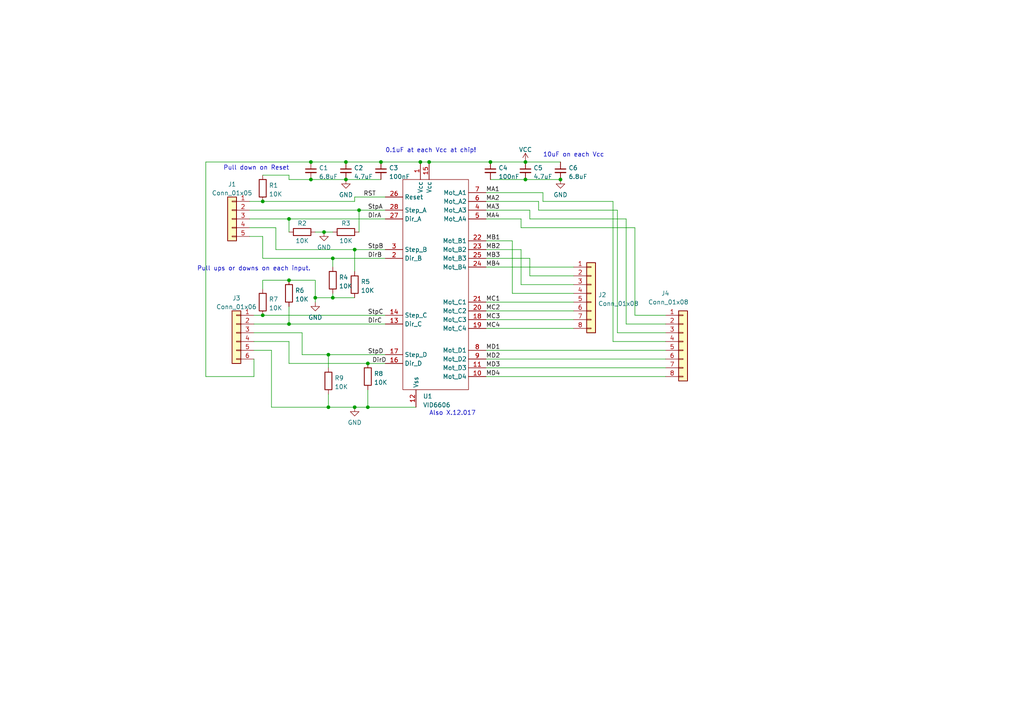
<source format=kicad_sch>
(kicad_sch (version 20211123) (generator eeschema)
  (paper "A4")
  (lib_symbols
    (symbol "Connector_Generic:Conn_01x05" (pin_names (offset 1.016) hide)
      (property "Reference" "J" (at 0 7.62 0))
      (property "Value" "Conn_01x05" (at 0 -7.62 0))
      (symbol "Conn_01x05_1_1"
        (rectangle (start -1.27 -4.953) (end 0 -5.207) (stroke (width 0.1524)))
        (rectangle (start -1.27 -2.413) (end 0 -2.667) (stroke (width 0.1524)))
        (rectangle (start -1.27 0.127) (end 0 -0.127) (stroke (width 0.1524)))
        (rectangle (start -1.27 2.667) (end 0 2.413) (stroke (width 0.1524)))
        (rectangle (start -1.27 5.207) (end 0 4.953) (stroke (width 0.1524)))
        (rectangle (start -1.27 6.35) (end 1.27 -6.35) (stroke (width 0.254)) (fill (type background)))
        (pin passive line (at -5.08 5.08 0) (length 3.81) (name "Pin_1") (number "1"))
        (pin passive line (at -5.08 2.54 0) (length 3.81) (name "Pin_2") (number "2"))
        (pin passive line (at -5.08 0 0) (length 3.81) (name "Pin_3") (number "3"))
        (pin passive line (at -5.08 -2.54 0) (length 3.81) (name "Pin_4") (number "4"))
        (pin passive line (at -5.08 -5.08 0) (length 3.81) (name "Pin_5") (number "5"))
      )
    )
    (symbol "Connector_Generic:Conn_01x06" (pin_names (offset 1.016) hide)
      (property "Reference" "J" (at 0 7.62 0))
      (property "Value" "Conn_01x06" (at 0 -10.16 0))
      (symbol "Conn_01x06_1_1"
        (rectangle (start -1.27 -7.493) (end 0 -7.747) (stroke (width 0.1524)))
        (rectangle (start -1.27 -4.953) (end 0 -5.207) (stroke (width 0.1524)))
        (rectangle (start -1.27 -2.413) (end 0 -2.667) (stroke (width 0.1524)))
        (rectangle (start -1.27 0.127) (end 0 -0.127) (stroke (width 0.1524)))
        (rectangle (start -1.27 2.667) (end 0 2.413) (stroke (width 0.1524)))
        (rectangle (start -1.27 5.207) (end 0 4.953) (stroke (width 0.1524)))
        (rectangle (start -1.27 6.35) (end 1.27 -8.89) (stroke (width 0.254)) (fill (type background)))
        (pin passive line (at -5.08 5.08 0) (length 3.81) (name "Pin_1") (number "1"))
        (pin passive line (at -5.08 2.54 0) (length 3.81) (name "Pin_2") (number "2"))
        (pin passive line (at -5.08 0 0) (length 3.81) (name "Pin_3") (number "3"))
        (pin passive line (at -5.08 -2.54 0) (length 3.81) (name "Pin_4") (number "4"))
        (pin passive line (at -5.08 -5.08 0) (length 3.81) (name "Pin_5") (number "5"))
        (pin passive line (at -5.08 -7.62 0) (length 3.81) (name "Pin_6") (number "6"))
      )
    )
    (symbol "Connector_Generic:Conn_01x08" (pin_names (offset 1.016) hide)
      (property "Reference" "J" (at 0 10.16 0))
      (property "Value" "Conn_01x08" (at 0 -12.7 0))
      (symbol "Conn_01x08_1_1"
        (rectangle (start -1.27 -10.033) (end 0 -10.287) (stroke (width 0.1524)))
        (rectangle (start -1.27 -7.493) (end 0 -7.747) (stroke (width 0.1524)))
        (rectangle (start -1.27 -4.953) (end 0 -5.207) (stroke (width 0.1524)))
        (rectangle (start -1.27 -2.413) (end 0 -2.667) (stroke (width 0.1524)))
        (rectangle (start -1.27 0.127) (end 0 -0.127) (stroke (width 0.1524)))
        (rectangle (start -1.27 2.667) (end 0 2.413) (stroke (width 0.1524)))
        (rectangle (start -1.27 5.207) (end 0 4.953) (stroke (width 0.1524)))
        (rectangle (start -1.27 7.747) (end 0 7.493) (stroke (width 0.1524)))
        (rectangle (start -1.27 8.89) (end 1.27 -11.43) (stroke (width 0.254)) (fill (type background)))
        (pin passive line (at -5.08 7.62 0) (length 3.81) (name "Pin_1") (number "1"))
        (pin passive line (at -5.08 5.08 0) (length 3.81) (name "Pin_2") (number "2"))
        (pin passive line (at -5.08 2.54 0) (length 3.81) (name "Pin_3") (number "3"))
        (pin passive line (at -5.08 0 0) (length 3.81) (name "Pin_4") (number "4"))
        (pin passive line (at -5.08 -2.54 0) (length 3.81) (name "Pin_5") (number "5"))
        (pin passive line (at -5.08 -5.08 0) (length 3.81) (name "Pin_6") (number "6"))
        (pin passive line (at -5.08 -7.62 0) (length 3.81) (name "Pin_7") (number "7"))
        (pin passive line (at -5.08 -10.16 0) (length 3.81) (name "Pin_8") (number "8"))
      )
    )
    (symbol "Device:C_Small" (pin_numbers hide) (pin_names (offset 0.254) hide)
      (property "Reference" "C" (at 0.254 1.778 0))
      (property "Value" "C_Small" (at 0.254 -2.032 0))
      (symbol "C_Small_0_1"
        (polyline (pts (xy -1.524 -0.508) (xy 1.524 -0.508)) (stroke (width 0.3302)))
        (polyline (pts (xy -1.524 0.508) (xy 1.524 0.508)) (stroke (width 0.3048)))
      )
      (symbol "C_Small_1_1"
        (pin passive line (at 0 2.54 270) (length 2.032) (name "~") (number "1"))
        (pin passive line (at 0 -2.54 90) (length 2.032) (name "~") (number "2"))
      )
    )
    (symbol "Device:R" (pin_numbers hide) (pin_names (offset 0))
      (property "Reference" "R" (at 2.032 0 90))
      (property "Value" "R" (at 0 0 90))
      (symbol "R_0_1"
        (rectangle (start -1.016 -2.54) (end 1.016 2.54) (stroke (width 0.254)))
      )
      (symbol "R_1_1"
        (pin passive line (at 0 3.81 270) (length 1.27) (name "~") (number "1"))
        (pin passive line (at 0 -3.81 90) (length 1.27) (name "~") (number "2"))
      )
    )
    (symbol "SpeedoSymbolLib:VID6606"
      (property "Reference" "U" (at 8.89 33.02 0))
      (property "Value" "VID6606" (at 13.97 -33.02 0))
      (symbol "VID6606_0_1"
        (rectangle (start -8.89 30.48) (end 10.16 -30.48))
      )
      (symbol "VID6606_1_1"
        (pin power_in line (at -3.81 35.56 270) (length 5.08) (name "Vcc") (number "1"))
        (pin output line (at 15.24 -26.67 180) (length 5.08) (name "Mot_D4") (number "10"))
        (pin output line (at 15.24 -24.13 180) (length 5.08) (name "Mot_D3") (number "11"))
        (pin power_in line (at -5.08 -35.56 90) (length 5.08) (name "Vss") (number "12"))
        (pin input line (at -13.97 -11.43 0) (length 5.08) (name "Dir_C") (number "13"))
        (pin input line (at -13.97 -8.89 0) (length 5.08) (name "Step_C") (number "14"))
        (pin power_in line (at -1.27 35.56 270) (length 5.08) (name "Vcc") (number "15"))
        (pin input line (at -13.97 -22.86 0) (length 5.08) (name "Dir_D") (number "16"))
        (pin input line (at -13.97 -20.32 0) (length 5.08) (name "Step_D") (number "17"))
        (pin output line (at 15.24 -10.16 180) (length 5.08) (name "Mot_C3") (number "18"))
        (pin output line (at 15.24 -12.7 180) (length 5.08) (name "Mot_C4") (number "19"))
        (pin input line (at -13.97 7.62 0) (length 5.08) (name "Dir_B") (number "2"))
        (pin output line (at 15.24 -7.62 180) (length 5.08) (name "Mot_C2") (number "20"))
        (pin output line (at 15.24 -5.08 180) (length 5.08) (name "Mot_C1") (number "21"))
        (pin output line (at 15.24 12.7 180) (length 5.08) (name "Mot_B1") (number "22"))
        (pin output line (at 15.24 10.16 180) (length 5.08) (name "Mot_B2") (number "23"))
        (pin output line (at 15.24 5.08 180) (length 5.08) (name "Mot_B4") (number "24"))
        (pin output line (at 15.24 7.62 180) (length 5.08) (name "Mot_B3") (number "25"))
        (pin input line (at -13.97 25.4 0) (length 5.08) (name "Reset") (number "26"))
        (pin input line (at -13.97 19.05 0) (length 5.08) (name "Dir_A") (number "27"))
        (pin input line (at -13.97 21.59 0) (length 5.08) (name "Step_A") (number "28"))
        (pin input line (at -13.97 10.16 0) (length 5.08) (name "Step_B") (number "3"))
        (pin output line (at 15.24 21.59 180) (length 5.08) (name "Mot_A3") (number "4"))
        (pin output line (at 15.24 19.05 180) (length 5.08) (name "Mot_A4") (number "5"))
        (pin output line (at 15.24 24.13 180) (length 5.08) (name "Mot_A2") (number "6"))
        (pin output line (at 15.24 26.67 180) (length 5.08) (name "Mot_A1") (number "7"))
        (pin output line (at 15.24 -19.05 180) (length 5.08) (name "Mot_D1") (number "8"))
        (pin output line (at 15.24 -21.59 180) (length 5.08) (name "Mot_D2") (number "9"))
      )
    )
    (symbol "power:GND" (power) (pin_names (offset 0))
      (property "Value" "GND" (at 0 -3.81 0))
      (symbol "GND_0_1"
        (polyline (pts (xy 0 0) (xy 0 -1.27) (xy 1.27 -1.27) (xy 0 -2.54) (xy -1.27 -1.27) (xy 0 -1.27)))
      )
      (symbol "GND_1_1"
        (pin power_in line (at 0 0 270) (length 0) hide (name "GND") (number "1"))
      )
    )
    (symbol "power:VCC" (power) (pin_names (offset 0))
      (property "Value" "VCC" (at 0 3.81 0))
      (symbol "VCC_0_1"
        (polyline (pts (xy -0.762 1.27) (xy 0 2.54)))
        (polyline (pts (xy 0 0) (xy 0 2.54)))
        (polyline (pts (xy 0 2.54) (xy 0.762 1.27)))
      )
      (symbol "VCC_1_1"
        (pin power_in line (at 0 0 90) (length 0) hide (name "VCC") (number "1"))
      )
    )
  )
  (junction (at 100.33 52.07))
  (junction (at 124.46 46.99))
  (junction (at 100.33 46.99))
  (junction (at 102.87 72.39))
  (junction (at 121.92 46.99))
  (junction (at 152.4 52.07))
  (junction (at 83.82 93.98))
  (junction (at 76.2 58.42))
  (junction (at 95.25 102.87))
  (junction (at 162.56 52.07))
  (junction (at 152.4 46.99))
  (junction (at 95.25 118.11))
  (junction (at 106.68 105.41))
  (junction (at 91.44 86.36))
  (junction (at 90.17 46.99))
  (junction (at 106.68 118.11))
  (junction (at 104.14 60.96))
  (junction (at 142.24 46.99))
  (junction (at 90.17 52.07))
  (junction (at 102.87 118.11))
  (junction (at 110.49 46.99))
  (junction (at 96.52 74.93))
  (junction (at 83.82 63.5))
  (junction (at 83.82 81.28))
  (junction (at 76.2 91.44))
  (junction (at 93.98 67.31))
  (junction (at 96.52 86.36))
  (wire (pts (xy 91.44 81.28) (xy 91.44 86.36)))
  (wire (pts (xy 83.82 81.28) (xy 91.44 81.28)))
  (wire (pts (xy 151.13 66.04) (xy 184.15 66.04)))
  (wire (pts (xy 140.97 72.39) (xy 151.13 72.39)))
  (wire (pts (xy 76.2 81.28) (xy 83.82 81.28)))
  (wire (pts (xy 102.87 118.11) (xy 106.68 118.11)))
  (wire (pts (xy 177.8 58.42) (xy 177.8 99.06)))
  (wire (pts (xy 140.97 90.17) (xy 166.37 90.17)))
  (wire (pts (xy 102.87 118.11) (xy 95.25 118.11)))
  (wire (pts (xy 96.52 74.93) (xy 76.2 74.93)))
  (wire (pts (xy 153.67 63.5) (xy 181.61 63.5)))
  (wire (pts (xy 181.61 93.98) (xy 193.04 93.98)))
  (wire (pts (xy 76.2 91.44) (xy 111.76 91.44)))
  (wire (pts (xy 72.39 60.96) (xy 104.14 60.96)))
  (wire (pts (xy 106.68 118.11) (xy 120.65 118.11)))
  (wire (pts (xy 111.76 105.41) (xy 106.68 105.41)))
  (wire (pts (xy 151.13 82.55) (xy 166.37 82.55)))
  (wire (pts (xy 93.98 67.31) (xy 96.52 67.31)))
  (wire (pts (xy 157.48 55.88) (xy 157.48 58.42)))
  (wire (pts (xy 106.68 113.03) (xy 106.68 118.11)))
  (wire (pts (xy 72.39 58.42) (xy 76.2 58.42)))
  (wire (pts (xy 100.33 46.99) (xy 110.49 46.99)))
  (wire (pts (xy 148.59 85.09) (xy 166.37 85.09)))
  (wire (pts (xy 153.67 60.96) (xy 153.67 63.5)))
  (wire (pts (xy 111.76 72.39) (xy 102.87 72.39)))
  (wire (pts (xy 83.82 105.41) (xy 83.82 99.06)))
  (wire (pts (xy 140.97 77.47) (xy 166.37 77.47)))
  (wire (pts (xy 100.33 52.07) (xy 110.49 52.07)))
  (wire (pts (xy 152.4 46.99) (xy 162.56 46.99)))
  (wire (pts (xy 140.97 74.93) (xy 153.67 74.93)))
  (wire (pts (xy 102.87 86.36) (xy 96.52 86.36)))
  (wire (pts (xy 76.2 83.82) (xy 76.2 81.28)))
  (wire (pts (xy 102.87 72.39) (xy 80.01 72.39)))
  (wire (pts (xy 59.69 46.99) (xy 90.17 46.99)))
  (wire (pts (xy 177.8 99.06) (xy 193.04 99.06)))
  (wire (pts (xy 78.74 118.11) (xy 78.74 101.6)))
  (wire (pts (xy 153.67 74.93) (xy 153.67 80.01)))
  (wire (pts (xy 59.69 109.22) (xy 73.66 109.22)))
  (wire (pts (xy 156.21 58.42) (xy 156.21 60.96)))
  (wire (pts (xy 78.74 101.6) (xy 73.66 101.6)))
  (wire (pts (xy 91.44 86.36) (xy 91.44 87.63)))
  (wire (pts (xy 121.92 46.99) (xy 124.46 46.99)))
  (wire (pts (xy 184.15 91.44) (xy 193.04 91.44)))
  (wire (pts (xy 140.97 60.96) (xy 153.67 60.96)))
  (wire (pts (xy 90.17 46.99) (xy 100.33 46.99)))
  (wire (pts (xy 111.76 74.93) (xy 96.52 74.93)))
  (wire (pts (xy 83.82 88.9) (xy 83.82 93.98)))
  (wire (pts (xy 151.13 72.39) (xy 151.13 82.55)))
  (wire (pts (xy 140.97 69.85) (xy 148.59 69.85)))
  (wire (pts (xy 140.97 58.42) (xy 156.21 58.42)))
  (wire (pts (xy 80.01 72.39) (xy 80.01 66.04)))
  (wire (pts (xy 76.2 68.58) (xy 72.39 68.58)))
  (wire (pts (xy 157.48 58.42) (xy 177.8 58.42)))
  (wire (pts (xy 95.25 114.3) (xy 95.25 118.11)))
  (wire (pts (xy 140.97 104.14) (xy 193.04 104.14)))
  (wire (pts (xy 96.52 85.09) (xy 96.52 86.36)))
  (wire (pts (xy 72.39 63.5) (xy 83.82 63.5)))
  (wire (pts (xy 73.66 93.98) (xy 83.82 93.98)))
  (wire (pts (xy 111.76 102.87) (xy 95.25 102.87)))
  (wire (pts (xy 102.87 72.39) (xy 102.87 78.74)))
  (wire (pts (xy 102.87 58.42) (xy 76.2 58.42)))
  (wire (pts (xy 95.25 102.87) (xy 87.63 102.87)))
  (wire (pts (xy 73.66 91.44) (xy 76.2 91.44)))
  (wire (pts (xy 87.63 102.87) (xy 87.63 96.52)))
  (wire (pts (xy 124.46 46.99) (xy 142.24 46.99)))
  (wire (pts (xy 104.14 60.96) (xy 111.76 60.96)))
  (wire (pts (xy 95.25 118.11) (xy 78.74 118.11)))
  (wire (pts (xy 152.4 52.07) (xy 162.56 52.07)))
  (wire (pts (xy 95.25 102.87) (xy 95.25 106.68)))
  (wire (pts (xy 59.69 46.99) (xy 59.69 109.22)))
  (wire (pts (xy 96.52 86.36) (xy 91.44 86.36)))
  (wire (pts (xy 96.52 74.93) (xy 96.52 77.47)))
  (wire (pts (xy 73.66 96.52) (xy 87.63 96.52)))
  (wire (pts (xy 102.87 57.15) (xy 111.76 57.15)))
  (wire (pts (xy 83.82 63.5) (xy 83.82 67.31)))
  (wire (pts (xy 140.97 106.68) (xy 193.04 106.68)))
  (wire (pts (xy 179.07 60.96) (xy 179.07 96.52)))
  (wire (pts (xy 140.97 87.63) (xy 166.37 87.63)))
  (wire (pts (xy 140.97 101.6) (xy 193.04 101.6)))
  (wire (pts (xy 184.15 66.04) (xy 184.15 91.44)))
  (wire (pts (xy 76.2 74.93) (xy 76.2 68.58)))
  (wire (pts (xy 179.07 96.52) (xy 193.04 96.52)))
  (wire (pts (xy 80.01 66.04) (xy 72.39 66.04)))
  (wire (pts (xy 106.68 105.41) (xy 83.82 105.41)))
  (wire (pts (xy 140.97 95.25) (xy 166.37 95.25)))
  (wire (pts (xy 140.97 55.88) (xy 157.48 55.88)))
  (wire (pts (xy 104.14 60.96) (xy 104.14 67.31)))
  (wire (pts (xy 83.82 50.8) (xy 83.82 52.07)))
  (wire (pts (xy 140.97 63.5) (xy 151.13 63.5)))
  (wire (pts (xy 140.97 109.22) (xy 193.04 109.22)))
  (wire (pts (xy 153.67 80.01) (xy 166.37 80.01)))
  (wire (pts (xy 151.13 63.5) (xy 151.13 66.04)))
  (wire (pts (xy 140.97 92.71) (xy 166.37 92.71)))
  (wire (pts (xy 181.61 63.5) (xy 181.61 93.98)))
  (wire (pts (xy 83.82 99.06) (xy 73.66 99.06)))
  (wire (pts (xy 148.59 69.85) (xy 148.59 85.09)))
  (wire (pts (xy 102.87 57.15) (xy 102.87 58.42)))
  (wire (pts (xy 91.44 67.31) (xy 93.98 67.31)))
  (wire (pts (xy 156.21 60.96) (xy 179.07 60.96)))
  (wire (pts (xy 110.49 46.99) (xy 121.92 46.99)))
  (wire (pts (xy 83.82 52.07) (xy 90.17 52.07)))
  (wire (pts (xy 142.24 52.07) (xy 152.4 52.07)))
  (wire (pts (xy 90.17 52.07) (xy 100.33 52.07)))
  (wire (pts (xy 142.24 46.99) (xy 152.4 46.99)))
  (wire (pts (xy 83.82 93.98) (xy 111.76 93.98)))
  (wire (pts (xy 73.66 109.22) (xy 73.66 104.14)))
  (wire (pts (xy 83.82 63.5) (xy 111.76 63.5)))
  (wire (pts (xy 76.2 50.8) (xy 83.82 50.8)))
  (text "0.1uF at each Vcc at chip!" (at 111.76 44.45 0) (effects (font (size 1.27 1.27)) (justify left bottom)))
  (text "Pull down on Reset" (at 64.77 49.53 0) (effects (font (size 1.27 1.27)) (justify left bottom)))
  (text "Also X.12.017" (at 124.46 120.65 0) (effects (font (size 1.27 1.27)) (justify left bottom)))
  (text "10uF on each Vcc" (at 157.48 45.72 0) (effects (font (size 1.27 1.27)) (justify left bottom)))
  (text "Pull ups or downs on each input." (at 57.15 78.74 0) (effects (font (size 1.27 1.27)) (justify left bottom)))
  (label "MD2" (at 140.97 104.14 0))
  (label "StpB" (at 106.68 72.39 0))
  (label "MC2" (at 140.97 90.17 0))
  (label "MA4" (at 140.97 63.5 0))
  (label "RST" (at 105.41 57.15 0))
  (label "MB1" (at 140.97 69.85 0))
  (label "MD4" (at 140.97 109.22 0))
  (label "StpA" (at 106.68 60.96 0))
  (label "DirC" (at 106.68 93.98 0))
  (label "DirA" (at 106.68 63.5 0))
  (label "MB4" (at 140.97 77.47 0))
  (label "MD3" (at 140.97 106.68 0))
  (label "MA2" (at 140.97 58.42 0))
  (label "MC1" (at 140.97 87.63 0))
  (label "MD1" (at 140.97 101.6 0))
  (label "MA1" (at 140.97 55.88 0))
  (label "StpC" (at 106.68 91.44 0))
  (label "DirB" (at 106.68 74.93 0))
  (label "StpD" (at 106.68 102.87 0))
  (label "MA3" (at 140.97 60.96 0))
  (label "DirD" (at 107.95 105.41 0))
  (label "MC4" (at 140.97 95.25 0))
  (label "MB2" (at 140.97 72.39 0))
  (label "MB3" (at 140.97 74.93 0))
  (label "MC3" (at 140.97 92.71 0))
  (symbol (lib_id "power:GND") (at 93.98 67.31 0) (unit 1)
    (property "Reference" "#PWR04" (effects hide))
    (property "Value" "GND" (at 93.98 71.7534 0))
  )
  (symbol (lib_id "Device:C_Small") (at 90.17 49.53 0) (unit 1)
    (property "Reference" "C1" (at 92.4941 48.7016 0) (effects (justify left)))
    (property "Value" "6.8uF" (at 92.4941 51.2385 0) (effects (justify left)))
    (property "Footprint" "SpeedFootprints:C_0805_2012MetricSQ" (effects hide))
  )
  (symbol (lib_id "Connector_Generic:Conn_01x08") (at 171.45 85.09 0) (unit 1)
    (property "Reference" "J2" (at 173.482 85.5253 0) (effects (justify left)))
    (property "Value" "Conn_01x08" (at 173.482 88.0622 0) (effects (justify left)))
    (property "Footprint" "Connector_PinHeader_2.54mm:PinHeader_1x08_P2.54mm_Vertical" (effects hide))
  )
  (symbol (lib_id "Device:R") (at 106.68 109.22 0) (unit 1)
    (property "Reference" "R8" (at 108.458 108.3853 0) (effects (justify left)))
    (property "Value" "10K" (at 108.458 110.9222 0) (effects (justify left)))
    (property "Footprint" "SpeedFootprints:R_0603_1608MetricSQ" (effects hide))
  )
  (symbol (lib_id "power:GND") (at 100.33 52.07 0) (unit 1)
    (property "Reference" "#PWR02" (effects hide))
    (property "Value" "GND" (at 100.33 56.5134 0))
  )
  (symbol (lib_id "Device:R") (at 102.87 82.55 0) (unit 1)
    (property "Reference" "R5" (at 104.648 81.7153 0) (effects (justify left)))
    (property "Value" "10K" (at 104.648 84.2522 0) (effects (justify left)))
    (property "Footprint" "SpeedFootprints:R_0603_1608MetricSQ" (effects hide))
  )
  (symbol (lib_id "power:GND") (at 162.56 52.07 0) (unit 1)
    (property "Reference" "#PWR03" (effects hide))
    (property "Value" "GND" (at 162.56 56.5134 0))
  )
  (symbol (lib_id "Device:C_Small") (at 110.49 49.53 0) (unit 1)
    (property "Reference" "C3" (at 112.8141 48.7016 0) (effects (justify left)))
    (property "Value" "100nF" (at 112.8141 51.2385 0) (effects (justify left)))
    (property "Footprint" "SpeedFootprints:C_0603_1608MetricSQ" (effects hide))
  )
  (symbol (lib_id "Device:R") (at 100.33 67.31 90) (unit 1)
    (property "Reference" "R3" (at 100.33 64.77 90))
    (property "Value" "10K" (at 100.33 69.85 90))
    (property "Footprint" "SpeedFootprints:R_0603_1608MetricSQ" (effects hide))
  )
  (symbol (lib_id "power:VCC") (at 152.4 46.99 0) (unit 1)
    (property "Reference" "#PWR01" (effects hide))
    (property "Value" "VCC" (at 152.4 43.4142 0))
  )
  (symbol (lib_id "power:GND") (at 91.44 87.63 0) (unit 1)
    (property "Reference" "#PWR05" (effects hide))
    (property "Value" "GND" (at 91.44 92.0734 0))
  )
  (symbol (lib_id "Device:R") (at 95.25 110.49 0) (unit 1)
    (property "Reference" "R9" (at 97.028 109.6553 0) (effects (justify left)))
    (property "Value" "10K" (at 97.028 112.1922 0) (effects (justify left)))
    (property "Footprint" "SpeedFootprints:R_0603_1608MetricSQ" (effects hide))
  )
  (symbol (lib_id "Connector_Generic:Conn_01x06") (at 68.58 96.52 0) (mirror y) (unit 1)
    (property "Reference" "J3" (at 68.58 86.4702 0))
    (property "Value" "Conn_01x06" (at 68.58 89.0071 0))
    (property "Footprint" "Connector_PinHeader_2.54mm:PinHeader_1x06_P2.54mm_Vertical" (effects hide))
  )
  (symbol (lib_id "Connector_Generic:Conn_01x05") (at 67.31 63.5 0) (mirror y) (unit 1)
    (property "Reference" "J1" (at 67.31 53.4502 0))
    (property "Value" "Conn_01x05" (at 67.31 55.9871 0))
    (property "Footprint" "Connector_PinHeader_2.54mm:PinHeader_1x05_P2.54mm_Vertical" (effects hide))
  )
  (symbol (lib_id "Device:R") (at 83.82 85.09 0) (unit 1)
    (property "Reference" "R6" (at 85.598 84.2553 0) (effects (justify left)))
    (property "Value" "10K" (at 85.598 86.7922 0) (effects (justify left)))
    (property "Footprint" "SpeedFootprints:R_0603_1608MetricSQ" (effects hide))
  )
  (symbol (lib_id "Device:C_Small") (at 162.56 49.53 0) (unit 1)
    (property "Reference" "C6" (at 164.8841 48.7016 0) (effects (justify left)))
    (property "Value" "6.8uF" (at 164.8841 51.2385 0) (effects (justify left)))
    (property "Footprint" "SpeedFootprints:C_0805_2012MetricSQ" (effects hide))
  )
  (symbol (lib_id "Device:C_Small") (at 152.4 49.53 0) (unit 1)
    (property "Reference" "C5" (at 154.7241 48.7016 0) (effects (justify left)))
    (property "Value" "4.7uF" (at 154.7241 51.2385 0) (effects (justify left)))
    (property "Footprint" "SpeedFootprints:C_0805_2012MetricSQ" (effects hide))
  )
  (symbol (lib_id "Device:R") (at 96.52 81.28 0) (unit 1)
    (property "Reference" "R4" (at 98.298 80.4453 0) (effects (justify left)))
    (property "Value" "10K" (at 98.298 82.9822 0) (effects (justify left)))
    (property "Footprint" "SpeedFootprints:R_0603_1608MetricSQ" (effects hide))
  )
  (symbol (lib_id "Device:C_Small") (at 100.33 49.53 0) (unit 1)
    (property "Reference" "C2" (at 102.6541 48.7016 0) (effects (justify left)))
    (property "Value" "4.7uF" (at 102.6541 51.2385 0) (effects (justify left)))
    (property "Footprint" "SpeedFootprints:C_0805_2012MetricSQ" (effects hide))
  )
  (symbol (lib_id "Connector_Generic:Conn_01x08") (at 198.12 99.06 0) (unit 1)
    (property "Reference" "J4" (at 191.77 85.09 0) (effects (justify left)))
    (property "Value" "Conn_01x08" (at 187.96 87.63 0) (effects (justify left)))
    (property "Footprint" "Connector_PinHeader_2.54mm:PinHeader_1x08_P2.54mm_Vertical" (effects hide))
  )
  (symbol (lib_id "Device:R") (at 76.2 54.61 0) (unit 1)
    (property "Reference" "R1" (at 77.978 53.7753 0) (effects (justify left)))
    (property "Value" "10K" (at 77.978 56.3122 0) (effects (justify left)))
    (property "Footprint" "SpeedFootprints:R_0603_1608MetricSQ" (effects hide))
  )
  (symbol (lib_id "Device:R") (at 76.2 87.63 0) (unit 1)
    (property "Reference" "R7" (at 77.978 86.7953 0) (effects (justify left)))
    (property "Value" "10K" (at 77.978 89.3322 0) (effects (justify left)))
    (property "Footprint" "SpeedFootprints:R_0603_1608MetricSQ" (effects hide))
  )
  (symbol (lib_id "SpeedoSymbolLib:VID6606") (at 125.73 82.55 0) (unit 1)
    (property "Reference" "U1" (at 122.6694 114.9334 0) (effects (justify left)))
    (property "Value" "VID6606" (at 122.6694 117.4703 0) (effects (justify left)))
    (property "Footprint" "Package_SO:SOIC-28W_7.5x17.9mm_P1.27mm" (effects hide))
  )
  (symbol (lib_id "power:GND") (at 102.87 118.11 0) (unit 1)
    (property "Reference" "#PWR06" (effects hide))
    (property "Value" "GND" (at 102.87 122.5534 0))
  )
  (symbol (lib_id "Device:C_Small") (at 142.24 49.53 0) (unit 1)
    (property "Reference" "C4" (at 144.5641 48.7016 0) (effects (justify left)))
    (property "Value" "100nF" (at 144.5641 51.2385 0) (effects (justify left)))
    (property "Footprint" "SpeedFootprints:C_0603_1608MetricSQ" (effects hide))
  )
  (symbol (lib_id "Device:R") (at 87.63 67.31 90) (unit 1)
    (property "Reference" "R2" (at 87.63 64.77 90))
    (property "Value" "10K" (at 87.63 69.85 90))
    (property "Footprint" "SpeedFootprints:R_0603_1608MetricSQ" (effects hide))
  )
)
</source>
